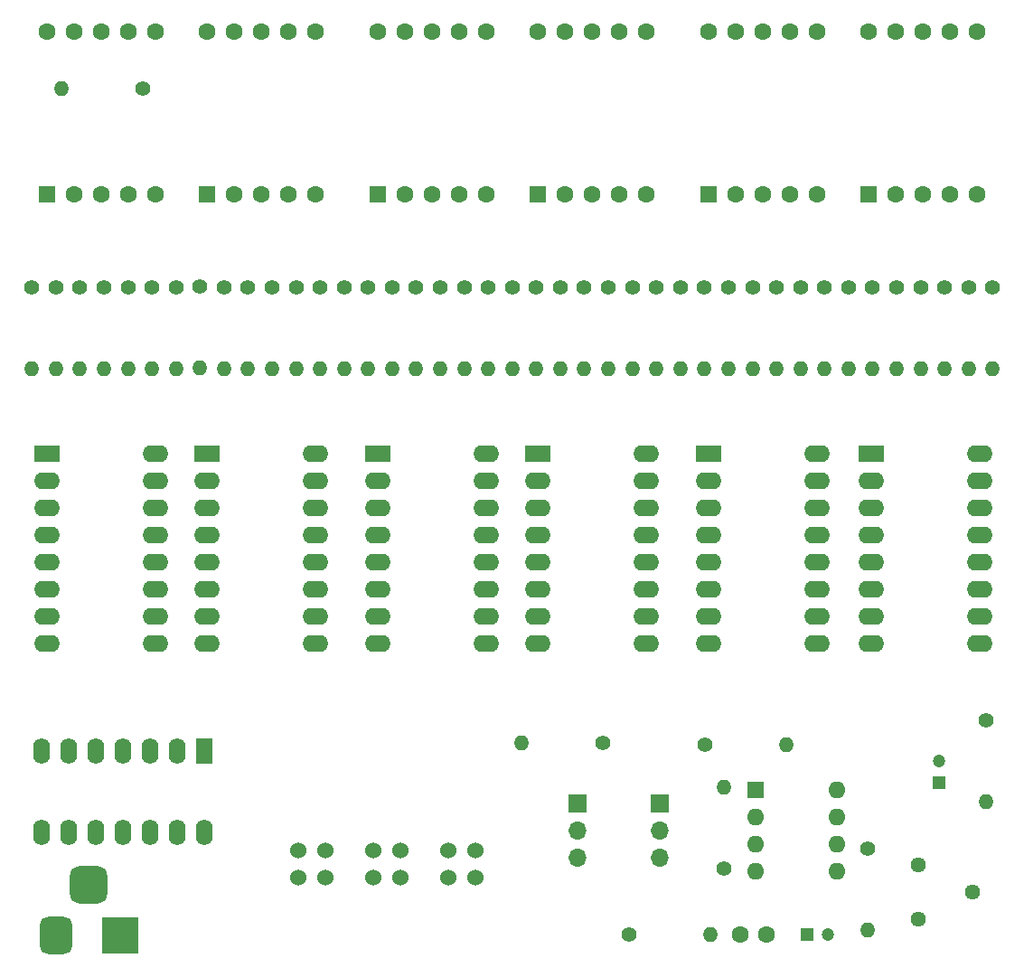
<source format=gbr>
%TF.GenerationSoftware,KiCad,Pcbnew,(6.0.2)*%
%TF.CreationDate,2022-08-16T16:31:06+04:00*%
%TF.ProjectId,ClockPCB,436c6f63-6b50-4434-922e-6b696361645f,rev?*%
%TF.SameCoordinates,Original*%
%TF.FileFunction,Soldermask,Top*%
%TF.FilePolarity,Negative*%
%FSLAX46Y46*%
G04 Gerber Fmt 4.6, Leading zero omitted, Abs format (unit mm)*
G04 Created by KiCad (PCBNEW (6.0.2)) date 2022-08-16 16:31:06*
%MOMM*%
%LPD*%
G01*
G04 APERTURE LIST*
G04 Aperture macros list*
%AMRoundRect*
0 Rectangle with rounded corners*
0 $1 Rounding radius*
0 $2 $3 $4 $5 $6 $7 $8 $9 X,Y pos of 4 corners*
0 Add a 4 corners polygon primitive as box body*
4,1,4,$2,$3,$4,$5,$6,$7,$8,$9,$2,$3,0*
0 Add four circle primitives for the rounded corners*
1,1,$1+$1,$2,$3*
1,1,$1+$1,$4,$5*
1,1,$1+$1,$6,$7*
1,1,$1+$1,$8,$9*
0 Add four rect primitives between the rounded corners*
20,1,$1+$1,$2,$3,$4,$5,0*
20,1,$1+$1,$4,$5,$6,$7,0*
20,1,$1+$1,$6,$7,$8,$9,0*
20,1,$1+$1,$8,$9,$2,$3,0*%
G04 Aperture macros list end*
%ADD10O,2.400000X1.600000*%
%ADD11R,2.400000X1.600000*%
%ADD12R,3.500000X3.500000*%
%ADD13RoundRect,0.750000X-0.750000X-1.000000X0.750000X-1.000000X0.750000X1.000000X-0.750000X1.000000X0*%
%ADD14RoundRect,0.875000X-0.875000X-0.875000X0.875000X-0.875000X0.875000X0.875000X-0.875000X0.875000X0*%
%ADD15R,1.200000X1.200000*%
%ADD16C,1.200000*%
%ADD17R,1.600000X1.600000*%
%ADD18C,1.600000*%
%ADD19O,1.700000X1.700000*%
%ADD20R,1.700000X1.700000*%
%ADD21O,1.600000X1.600000*%
%ADD22R,1.600000X2.400000*%
%ADD23O,1.600000X2.400000*%
%ADD24C,1.524000*%
%ADD25C,1.400000*%
%ADD26O,1.400000X1.400000*%
%ADD27C,1.440000*%
G04 APERTURE END LIST*
D10*
%TO.C,U-Hx1*%
X34035000Y-62825000D03*
X34035000Y-65365000D03*
X34035000Y-67905000D03*
X34035000Y-70445000D03*
X34035000Y-72985000D03*
X34035000Y-75525000D03*
X34035000Y-78065000D03*
X34035000Y-80605000D03*
X23875000Y-80605000D03*
X23875000Y-78065000D03*
X23875000Y-75525000D03*
X23875000Y-72985000D03*
X23875000Y-70445000D03*
X23875000Y-67905000D03*
X23875000Y-65365000D03*
D11*
X23875000Y-62825000D03*
%TD*%
D12*
%TO.C,J1*%
X30800000Y-107900000D03*
D13*
X24800000Y-107900000D03*
D14*
X27800000Y-103200000D03*
%TD*%
D15*
%TO.C,C1*%
X107500000Y-93600000D03*
D16*
X107500000Y-91600000D03*
%TD*%
D17*
%TO.C,U-DMx1*%
X54920000Y-38497500D03*
D18*
X57460000Y-38497500D03*
X60000000Y-38497500D03*
X62540000Y-38497500D03*
X65080000Y-38497500D03*
X65080000Y-23257500D03*
X62540000Y-23257500D03*
X60000000Y-23257500D03*
X57460000Y-23257500D03*
X54920000Y-23257500D03*
%TD*%
D17*
%TO.C,U-DHx1*%
X23920000Y-38497500D03*
D18*
X26460000Y-38497500D03*
X29000000Y-38497500D03*
X31540000Y-38497500D03*
X34080000Y-38497500D03*
X34080000Y-23257500D03*
X31540000Y-23257500D03*
X29000000Y-23257500D03*
X26460000Y-23257500D03*
X23920000Y-23257500D03*
%TD*%
D17*
%TO.C,U-DxH1*%
X38920000Y-38497500D03*
D18*
X41460000Y-38497500D03*
X44000000Y-38497500D03*
X46540000Y-38497500D03*
X49080000Y-38497500D03*
X49080000Y-23257500D03*
X46540000Y-23257500D03*
X44000000Y-23257500D03*
X41460000Y-23257500D03*
X38920000Y-23257500D03*
%TD*%
D17*
%TO.C,U-DSx1*%
X85920000Y-38497500D03*
D18*
X88460000Y-38497500D03*
X91000000Y-38497500D03*
X93540000Y-38497500D03*
X96080000Y-38497500D03*
X96080000Y-23257500D03*
X93540000Y-23257500D03*
X91000000Y-23257500D03*
X88460000Y-23257500D03*
X85920000Y-23257500D03*
%TD*%
D17*
%TO.C,U-DxS1*%
X100920000Y-38497500D03*
D18*
X103460000Y-38497500D03*
X106000000Y-38497500D03*
X108540000Y-38497500D03*
X111080000Y-38497500D03*
X111080000Y-23257500D03*
X108540000Y-23257500D03*
X106000000Y-23257500D03*
X103460000Y-23257500D03*
X100920000Y-23257500D03*
%TD*%
D17*
%TO.C,U-DxM1*%
X69920000Y-38497500D03*
D18*
X72460000Y-38497500D03*
X75000000Y-38497500D03*
X77540000Y-38497500D03*
X80080000Y-38497500D03*
X80080000Y-23257500D03*
X77540000Y-23257500D03*
X75000000Y-23257500D03*
X72460000Y-23257500D03*
X69920000Y-23257500D03*
%TD*%
D19*
%TO.C,TimeSet*%
X73600000Y-100640000D03*
X73600000Y-98100000D03*
D20*
X73600000Y-95560000D03*
%TD*%
%TO.C,Display*%
X81325000Y-95575000D03*
D19*
X81325000Y-98115000D03*
X81325000Y-100655000D03*
%TD*%
D17*
%TO.C,U2*%
X90280000Y-94290000D03*
D21*
X90280000Y-96830000D03*
X90280000Y-99370000D03*
X90280000Y-101910000D03*
X97900000Y-101910000D03*
X97900000Y-99370000D03*
X97900000Y-96830000D03*
X97900000Y-94290000D03*
%TD*%
D22*
%TO.C,U1*%
X38620000Y-90700000D03*
D23*
X36080000Y-90700000D03*
X33540000Y-90700000D03*
X31000000Y-90700000D03*
X28460000Y-90700000D03*
X25920000Y-90700000D03*
X23380000Y-90700000D03*
X23380000Y-98320000D03*
X25920000Y-98320000D03*
X28460000Y-98320000D03*
X31000000Y-98320000D03*
X33540000Y-98320000D03*
X36080000Y-98320000D03*
X38620000Y-98320000D03*
%TD*%
D11*
%TO.C,U-xS1*%
X101125000Y-62825000D03*
D10*
X101125000Y-65365000D03*
X101125000Y-67905000D03*
X101125000Y-70445000D03*
X101125000Y-72985000D03*
X101125000Y-75525000D03*
X101125000Y-78065000D03*
X101125000Y-80605000D03*
X111285000Y-80605000D03*
X111285000Y-78065000D03*
X111285000Y-75525000D03*
X111285000Y-72985000D03*
X111285000Y-70445000D03*
X111285000Y-67905000D03*
X111285000Y-65365000D03*
X111285000Y-62825000D03*
%TD*%
%TO.C,U-xM1*%
X80035000Y-62825000D03*
X80035000Y-65365000D03*
X80035000Y-67905000D03*
X80035000Y-70445000D03*
X80035000Y-72985000D03*
X80035000Y-75525000D03*
X80035000Y-78065000D03*
X80035000Y-80605000D03*
X69875000Y-80605000D03*
X69875000Y-78065000D03*
X69875000Y-75525000D03*
X69875000Y-72985000D03*
X69875000Y-70445000D03*
X69875000Y-67905000D03*
X69875000Y-65365000D03*
D11*
X69875000Y-62825000D03*
%TD*%
%TO.C,U-xH1*%
X38875000Y-62825000D03*
D10*
X38875000Y-65365000D03*
X38875000Y-67905000D03*
X38875000Y-70445000D03*
X38875000Y-72985000D03*
X38875000Y-75525000D03*
X38875000Y-78065000D03*
X38875000Y-80605000D03*
X49035000Y-80605000D03*
X49035000Y-78065000D03*
X49035000Y-75525000D03*
X49035000Y-72985000D03*
X49035000Y-70445000D03*
X49035000Y-67905000D03*
X49035000Y-65365000D03*
X49035000Y-62825000D03*
%TD*%
D11*
%TO.C,U-Sx1*%
X85875000Y-62825000D03*
D10*
X85875000Y-65365000D03*
X85875000Y-67905000D03*
X85875000Y-70445000D03*
X85875000Y-72985000D03*
X85875000Y-75525000D03*
X85875000Y-78065000D03*
X85875000Y-80605000D03*
X96035000Y-80605000D03*
X96035000Y-78065000D03*
X96035000Y-75525000D03*
X96035000Y-72985000D03*
X96035000Y-70445000D03*
X96035000Y-67905000D03*
X96035000Y-65365000D03*
X96035000Y-62825000D03*
%TD*%
D11*
%TO.C,U-Mx1*%
X54875000Y-62825000D03*
D10*
X54875000Y-65365000D03*
X54875000Y-67905000D03*
X54875000Y-70445000D03*
X54875000Y-72985000D03*
X54875000Y-75525000D03*
X54875000Y-78065000D03*
X54875000Y-80605000D03*
X65035000Y-80605000D03*
X65035000Y-78065000D03*
X65035000Y-75525000D03*
X65035000Y-72985000D03*
X65035000Y-70445000D03*
X65035000Y-67905000D03*
X65035000Y-65365000D03*
X65035000Y-62825000D03*
%TD*%
D24*
%TO.C,Zero*%
X61500000Y-100000000D03*
X61500000Y-102540000D03*
X64040000Y-102540000D03*
X64040000Y-100000000D03*
%TD*%
D25*
%TO.C,Rb1*%
X87330000Y-101650000D03*
D26*
X87330000Y-94030000D03*
%TD*%
D27*
%TO.C,RaTune1*%
X105500000Y-106380000D03*
X110580000Y-103840000D03*
X105500000Y-101300000D03*
%TD*%
D25*
%TO.C,Ra1*%
X100830000Y-99780000D03*
D26*
X100830000Y-107400000D03*
%TD*%
%TO.C,R45*%
X36000000Y-54810000D03*
D25*
X36000000Y-47190000D03*
%TD*%
D26*
%TO.C,R44*%
X40500000Y-54810000D03*
D25*
X40500000Y-47190000D03*
%TD*%
%TO.C,R43*%
X38250000Y-47130000D03*
D26*
X38250000Y-54750000D03*
%TD*%
%TO.C,R42*%
X42750000Y-54810000D03*
D25*
X42750000Y-47190000D03*
%TD*%
D26*
%TO.C,R41*%
X45000000Y-54810000D03*
D25*
X45000000Y-47190000D03*
%TD*%
D26*
%TO.C,R40*%
X49500000Y-54810000D03*
D25*
X49500000Y-47190000D03*
%TD*%
D26*
%TO.C,R39*%
X47250000Y-54810000D03*
D25*
X47250000Y-47190000D03*
%TD*%
D26*
%TO.C,R38*%
X22500000Y-54810000D03*
D25*
X22500000Y-47190000D03*
%TD*%
D26*
%TO.C,R37*%
X24750000Y-54810000D03*
D25*
X24750000Y-47190000D03*
%TD*%
D26*
%TO.C,R36*%
X27000000Y-54810000D03*
D25*
X27000000Y-47190000D03*
%TD*%
D26*
%TO.C,R35*%
X29250000Y-54810000D03*
D25*
X29250000Y-47190000D03*
%TD*%
D26*
%TO.C,R34*%
X33750000Y-54810000D03*
D25*
X33750000Y-47190000D03*
%TD*%
D26*
%TO.C,R33*%
X31500000Y-54810000D03*
D25*
X31500000Y-47190000D03*
%TD*%
D26*
%TO.C,R32*%
X67500000Y-54810000D03*
D25*
X67500000Y-47190000D03*
%TD*%
D26*
%TO.C,R31*%
X72000000Y-54810000D03*
D25*
X72000000Y-47190000D03*
%TD*%
D26*
%TO.C,R30*%
X69750000Y-54810000D03*
D25*
X69750000Y-47190000D03*
%TD*%
D26*
%TO.C,R29*%
X74250000Y-54810000D03*
D25*
X74250000Y-47190000D03*
%TD*%
D26*
%TO.C,R28*%
X76500000Y-54810000D03*
D25*
X76500000Y-47190000D03*
%TD*%
D26*
%TO.C,R27*%
X81000000Y-54810000D03*
D25*
X81000000Y-47190000D03*
%TD*%
D26*
%TO.C,R26*%
X78750000Y-54810000D03*
D25*
X78750000Y-47190000D03*
%TD*%
D26*
%TO.C,R25*%
X51750000Y-54810000D03*
D25*
X51750000Y-47190000D03*
%TD*%
D26*
%TO.C,R24*%
X56250000Y-54810000D03*
D25*
X56250000Y-47190000D03*
%TD*%
D26*
%TO.C,R23*%
X54000000Y-54810000D03*
D25*
X54000000Y-47190000D03*
%TD*%
D26*
%TO.C,R22*%
X58500000Y-54810000D03*
D25*
X58500000Y-47190000D03*
%TD*%
D26*
%TO.C,R21*%
X60750000Y-54810000D03*
D25*
X60750000Y-47190000D03*
%TD*%
D26*
%TO.C,R20*%
X65250000Y-54810000D03*
D25*
X65250000Y-47190000D03*
%TD*%
D26*
%TO.C,R19*%
X63000000Y-54810000D03*
D25*
X63000000Y-47190000D03*
%TD*%
D26*
%TO.C,R18*%
X101250000Y-54810000D03*
D25*
X101250000Y-47190000D03*
%TD*%
D26*
%TO.C,R17*%
X103500000Y-54810000D03*
D25*
X103500000Y-47190000D03*
%TD*%
D26*
%TO.C,R16*%
X105750000Y-54810000D03*
D25*
X105750000Y-47190000D03*
%TD*%
D26*
%TO.C,R15*%
X108000000Y-54810000D03*
D25*
X108000000Y-47190000D03*
%TD*%
D26*
%TO.C,R14*%
X110250000Y-54810000D03*
D25*
X110250000Y-47190000D03*
%TD*%
D26*
%TO.C,R13*%
X112500000Y-54810000D03*
D25*
X112500000Y-47190000D03*
%TD*%
D26*
%TO.C,R12*%
X99000000Y-54810000D03*
D25*
X99000000Y-47190000D03*
%TD*%
%TO.C,R11*%
X83250000Y-47190000D03*
D26*
X83250000Y-54810000D03*
%TD*%
D25*
%TO.C,R10*%
X85500000Y-47190000D03*
D26*
X85500000Y-54810000D03*
%TD*%
D25*
%TO.C,R9*%
X87750000Y-47190000D03*
D26*
X87750000Y-54810000D03*
%TD*%
D25*
%TO.C,R8*%
X90000000Y-47190000D03*
D26*
X90000000Y-54810000D03*
%TD*%
D25*
%TO.C,R7*%
X92250000Y-47190000D03*
D26*
X92250000Y-54810000D03*
%TD*%
%TO.C,R6*%
X96750000Y-54810000D03*
D25*
X96750000Y-47190000D03*
%TD*%
D26*
%TO.C,R5*%
X94500000Y-54810000D03*
D25*
X94500000Y-47190000D03*
%TD*%
%TO.C,R4*%
X78460000Y-107840000D03*
D26*
X86080000Y-107840000D03*
%TD*%
D25*
%TO.C,R3*%
X85520000Y-90090000D03*
D26*
X93140000Y-90090000D03*
%TD*%
D25*
%TO.C,R2*%
X111900000Y-87800000D03*
D26*
X111900000Y-95420000D03*
%TD*%
D25*
%TO.C,R1*%
X76010000Y-89900000D03*
D26*
X68390000Y-89900000D03*
%TD*%
D25*
%TO.C,R-xx1*%
X32900000Y-28600000D03*
D26*
X25280000Y-28600000D03*
%TD*%
D24*
%TO.C,Minute*%
X54500000Y-100000000D03*
X54500000Y-102540000D03*
X57040000Y-102540000D03*
X57040000Y-100000000D03*
%TD*%
%TO.C,Hour*%
X50000000Y-99960000D03*
X50000000Y-102500000D03*
X47460000Y-102500000D03*
X47460000Y-99960000D03*
%TD*%
D15*
%TO.C,Ctime1*%
X95080000Y-107840000D03*
D16*
X97080000Y-107840000D03*
%TD*%
D18*
%TO.C,Cd1*%
X88830000Y-107840000D03*
X91330000Y-107840000D03*
%TD*%
M02*

</source>
